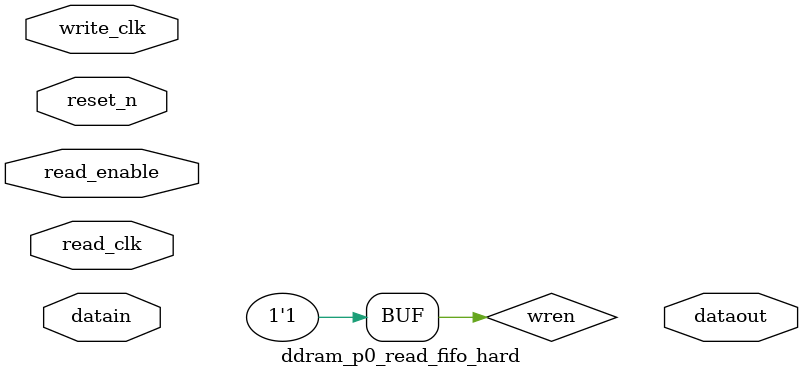
<source format=v>



// File name: read_fifo_hard.v

// The read fifo is responsible for read data resynchronization from the memory clock domain to the internal clock domain.

// The file instantiates family-specific hard read FIFO blocks that are located in the I/O periphery.

// Each read_fifo_hard instantiation handles a DQS group.

// This module is only used by UniPHY if the device family supports read FIFO at the I/O periphery.

// ******************************************************************************************************************************** 



`timescale 1 ps / 1 ps



module ddram_p0_read_fifo_hard(

	write_clk,



	read_clk,

	read_enable,

	reset_n,

	datain,

	dataout

);



// ******************************************************************************************************************************** 

// BEGIN PARAMETER SECTION

// All parameters default to "" will have their values passed in from higher level wrapper with the controller and driver 



parameter DQ_GROUP_WIDTH = "";




localparam RATE_MULT = 2;








// END PARAMETER SECTION

// ******************************************************************************************************************************** 



input	write_clk;



input	read_clk;

input	read_enable;

input	reset_n;

input	[DQ_GROUP_WIDTH*2-1:0] datain;

output	[RATE_MULT*DQ_GROUP_WIDTH*2-1:0] dataout;





// ******************************************************************************************************************************** 

// Instantiate write-enable circuitry inside the DQS logic block

// ******************************************************************************************************************************** 




// The read_clk is expected to be a strobe that only toggles when there

// is valid data, so wren is tied to 1

wire wren = 1'b1;

	




// ******************************************************************************************************************************** 

// Instantiate read-enable circuitry inside the DQS logic block

// ******************************************************************************************************************************** 

wire read_enable_tmp;

wire plus2_tmp;


stratixv_read_fifo_read_enable fifo_read_enable (

	.re(read_enable),

	.rclk(),

	.plus2(1'b0), 
	.areset(),

	.reout (read_enable_tmp),

	.plus2out (plus2_tmp)

);

defparam fifo_read_enable.use_stalled_read_enable = "false";



// ******************************************************************************************************************************** 

// Instantiate hard read-fifo. 

// ******************************************************************************************************************************** 

generate

genvar dq_count;

	for (dq_count=0; dq_count<DQ_GROUP_WIDTH; dq_count=dq_count+1)

	begin:read_fifos

		// The datain bus is the read data for the current DQS group

		// coming out of the DDIO. Its width is 2x of each DQS group on the

		// memory interface. The bus is ordered by time slot:

		//

		// D0_T1, D0_T0

		//

		// The dataout bus is the read data going out of the FIFO. In FR, it has

		// the same width as datain. In HR, it 2x the datain width. The bus is

		// ordered by time slot.

		//

		// FR: D0_T1, D0_T0

		// HR: D0_T3, D0_T2, D0_T1, D0_T0



		stratixv_read_fifo fifo (

			.wclk(write_clk),

			.we(wren),

			.rclk(read_clk),

			.re(read_enable_tmp),

			.areset(~reset_n),

			.plus2(plus2_tmp),

			.datain({datain[dq_count], datain[dq_count + DQ_GROUP_WIDTH]}),


			.dataout({

					dataout[dq_count + (DQ_GROUP_WIDTH * 0)],

					dataout[dq_count + (DQ_GROUP_WIDTH * 1)],

					dataout[dq_count + (DQ_GROUP_WIDTH * 2)],

					dataout[dq_count + (DQ_GROUP_WIDTH * 3)]

								})

		);

		defparam fifo.use_half_rate_read = "true";


		defparam fifo.sim_wclk_pre_delay = 100;

	end

endgenerate



endmodule


</source>
